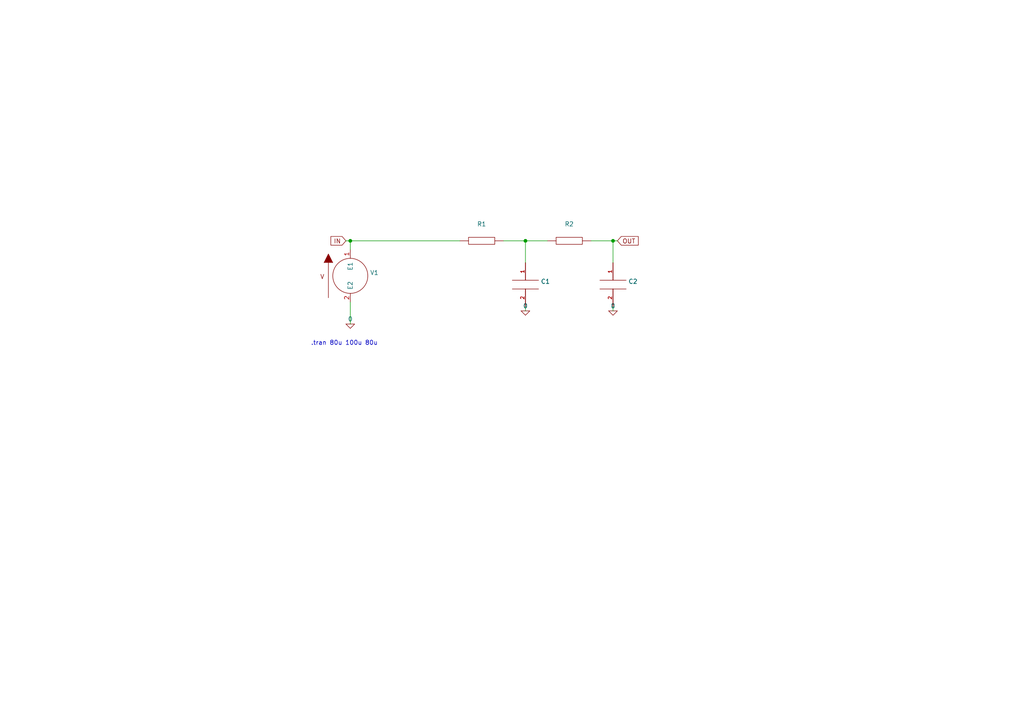
<source format=kicad_sch>
(kicad_sch (version 20211123) (generator eeschema)
  (paper "A4")
  (lib_symbols
    (symbol "pspice:0" (power) (pin_names (offset 0))
      (property "Value" "0" (at 0 -1.778 0))
      (symbol "0_0_1"
        (polyline (pts (xy -1.27 0) (xy 0 -1.27) (xy 1.27 0) (xy -1.27 0)))
      )
      (symbol "0_1_1"
        (pin power_in line (at 0 0 0) (length 0) hide (name "0") (number "1"))
      )
    )
    (symbol "pspice:C" (pin_names (offset 0.254))
      (property "Reference" "C" (at 2.54 3.81 90))
      (property "Value" "C" (at 2.54 -3.81 90))
      (symbol "C_0_1"
        (polyline (pts (xy -3.81 -1.27) (xy 3.81 -1.27)))
        (polyline (pts (xy -3.81 1.27) (xy 3.81 1.27)))
      )
      (symbol "C_1_1"
        (pin passive line (at 0 6.35 270) (length 5.08) (name "~") (number "1"))
        (pin passive line (at 0 -6.35 90) (length 5.08) (name "~") (number "2"))
      )
    )
    (symbol "pspice:R" (pin_numbers hide) (pin_names (offset 0))
      (property "Reference" "R" (at 2.032 0 90))
      (property "Value" "R" (at 0 0 90))
      (symbol "R_0_1"
        (rectangle (start -1.016 3.81) (end 1.016 -3.81))
      )
      (symbol "R_1_1"
        (pin passive line (at 0 6.35 270) (length 2.54) (name "~") (number "1"))
        (pin passive line (at 0 -6.35 90) (length 2.54) (name "~") (number "2"))
      )
    )
    (symbol "pspice:VSOURCE" (pin_names (offset 1.016))
      (property "Reference" "V" (at -6.35 7.62 0))
      (property "Value" "VSOURCE" (at 0 0 0))
      (symbol "VSOURCE_0_1"
        (polyline (pts (xy -6.35 -6.35) (xy -6.35 3.81)) (fill (type outline)))
        (polyline (pts (xy -7.62 3.81) (xy -6.35 6.35) (xy -5.08 3.81)) (fill (type outline)))
        (circle (center 0 0) (radius 5.08))
        (text "V" (at -8.128 -0.254 0) (effects (font (size 1.27 1.27))))
      )
      (symbol "VSOURCE_1_1"
        (pin input line (at 0 7.62 270) (length 2.54) (name "E1") (number "1"))
        (pin input line (at 0 -7.62 90) (length 2.54) (name "E2") (number "2"))
      )
    )
  )
  (junction (at 101.6 69.85))
  (junction (at 152.4 69.85))
  (junction (at 177.8 69.85))
  (wire (pts (xy 152.4 69.85) (xy 158.75 69.85)))
  (wire (pts (xy 133.35 69.85) (xy 101.6 69.85)))
  (wire (pts (xy 177.8 69.85) (xy 171.45 69.85)))
  (wire (pts (xy 177.8 76.2) (xy 177.8 69.85)))
  (wire (pts (xy 177.8 88.9) (xy 177.8 90.17)))
  (wire (pts (xy 146.05 69.85) (xy 152.4 69.85)))
  (wire (pts (xy 152.4 76.2) (xy 152.4 69.85)))
  (wire (pts (xy 152.4 88.9) (xy 152.4 90.17)))
  (wire (pts (xy 101.6 87.63) (xy 101.6 93.98)))
  (wire (pts (xy 177.8 69.85) (xy 179.07 69.85)))
  (wire (pts (xy 100.33 69.85) (xy 101.6 69.85)))
  (wire (pts (xy 101.6 69.85) (xy 101.6 72.39)))
  (text ".tran 80u 100u 80u" (at 90.17 100.33 0) (effects (font (size 1.27 1.27)) (justify left bottom)))
  (global_label "OUT" (shape input) (at 179.07 69.85 0) (property "Intersheet References" "${INTERSHEET_REFS}" (effects hide)))
  (global_label "IN" (shape input) (at 100.33 69.85 180) (property "Intersheet References" "${INTERSHEET_REFS}" (effects hide)))
  (symbol (lib_id "pspice:0") (at 101.6 93.98 0) (unit 1)
    (property "Reference" "#GND01" (effects hide))
    (property "Value" "0" (at 101.6 92.5344 0))
  )
  (symbol (lib_id "pspice:0") (at 152.4 90.17 0) (unit 1)
    (property "Reference" "#GND02" (effects hide))
    (property "Value" "0" (at 152.4 88.7244 0))
  )
  (symbol (lib_id "pspice:R") (at 165.1 69.85 90) (unit 1)
    (property "Reference" "R2" (at 165.1 64.9945 90))
    (property "Value" "R" (effects hide))
    (property "Spice_Primitive" "R" (effects hide))
    (property "Spice_Model" "100" (at 165.1 67.31 90))
    (property "Spice_Netlist_Enabled" "Y" (effects hide))
  )
  (symbol (lib_id "pspice:VSOURCE") (at 101.6 80.01 0) (unit 1)
    (property "Reference" "V1" (at 107.315 79.1015 0) (effects (justify left)))
    (property "Value" "0" (effects hide))
    (property "Spice_Primitive" "V" (effects hide))
    (property "Spice_Model" "dc 5 pulse(0 5 0 1n 1n 500n 1u)" (at 102.87 86.36 0) (effects (justify left)))
    (property "Spice_Netlist_Enabled" "Y" (effects hide))
  )
  (symbol (lib_id "pspice:C") (at 152.4 82.55 0) (unit 1)
    (property "Reference" "C1" (at 156.845 81.6415 0) (effects (justify left)))
    (property "Value" "C" (effects hide))
    (property "Spice_Primitive" "C" (effects hide))
    (property "Spice_Model" "2n" (at 152.4 82.55 0))
    (property "Spice_Netlist_Enabled" "Y" (effects hide))
  )
  (symbol (lib_id "pspice:R") (at 139.7 69.85 90) (unit 1)
    (property "Reference" "R1" (at 139.7 64.9945 90))
    (property "Value" "R" (effects hide))
    (property "Spice_Primitive" "R" (effects hide))
    (property "Spice_Model" "100" (at 139.7 67.31 90))
    (property "Spice_Netlist_Enabled" "Y" (effects hide))
  )
  (symbol (lib_id "pspice:C") (at 177.8 82.55 0) (unit 1)
    (property "Reference" "C2" (at 182.245 81.6415 0) (effects (justify left)))
    (property "Value" "C" (effects hide))
    (property "Spice_Primitive" "C" (effects hide))
    (property "Spice_Model" "2n" (at 177.8 82.55 0))
    (property "Spice_Netlist_Enabled" "Y" (effects hide))
  )
  (symbol (lib_id "pspice:0") (at 177.8 90.17 0) (unit 1)
    (property "Reference" "#GND03" (effects hide))
    (property "Value" "0" (at 177.8 88.7244 0))
  )
)
</source>
